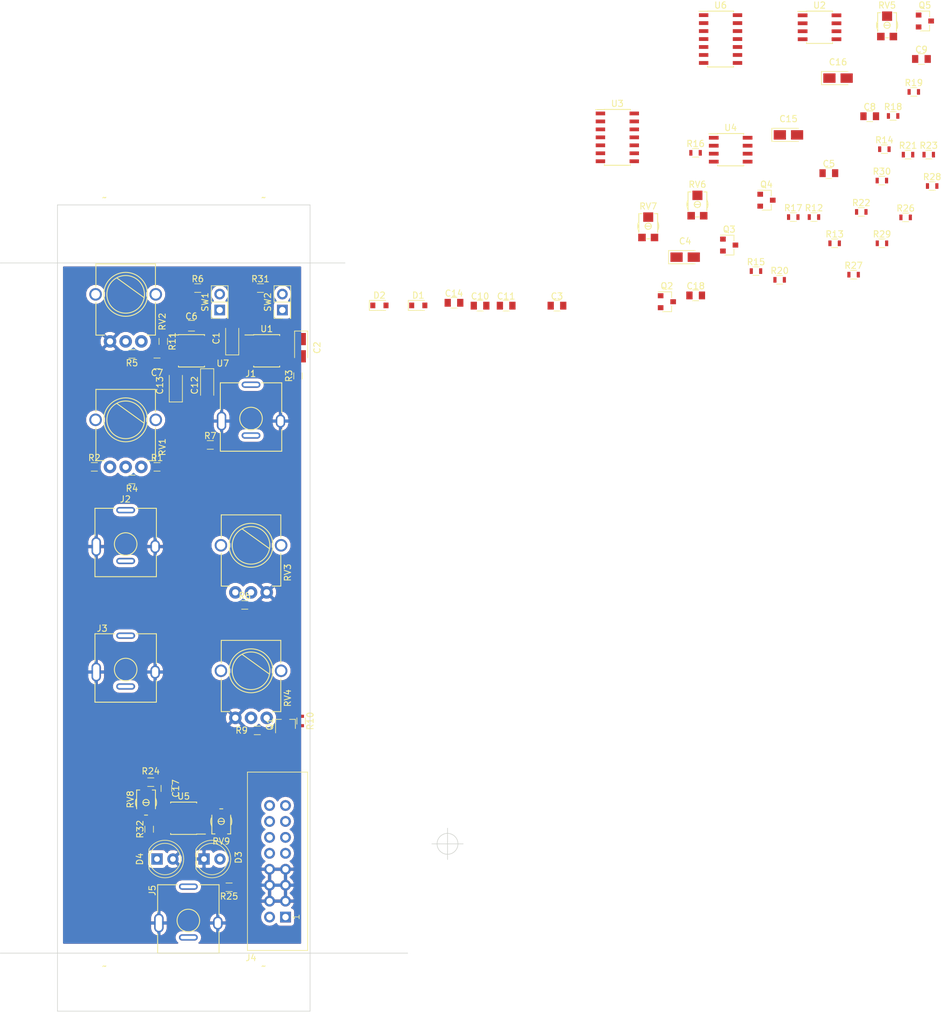
<source format=kicad_pcb>
(kicad_pcb (version 4) (host pcbnew 4.0.6)
  (layers (0 F.Cu signal) (31 B.Cu signal) (34 B.Paste user) (35 F.Paste user) (36 B.SilkS user) (37 F.SilkS user) (38 B.Mask user) (39 F.Mask user) (44 Edge.Cuts user))
  (net 0 "")
  (net 1 "Net-(C1-Pad1)")
  (net 2 GND)
  (net 3 "Net-(C2-Pad1)")
  (net 4 "Net-(C3-Pad1)")
  (net 5 "Net-(C3-Pad2)")
  (net 6 "Net-(C4-Pad1)")
  (net 7 "Net-(C10-Pad1)")
  (net 8 +15V)
  (net 9 -15V)
  (net 10 "Net-(C14-Pad1)")
  (net 11 +5V)
  (net 12 "Net-(C17-Pad1)")
  (net 13 "Net-(C17-Pad2)")
  (net 14 "Net-(C18-Pad1)")
  (net 15 "Net-(C18-Pad2)")
  (net 16 "Net-(D1-Pad2)")
  (net 17 "Net-(J1-Pad1)")
  (net 18 "Net-(J2-Pad1)")
  (net 19 "Net-(J3-Pad1)")
  (net 20 "Net-(J5-Pad1)")
  (net 21 "Net-(Q1-Pad1)")
  (net 22 SYNC_IN)
  (net 23 "Net-(Q2-Pad3)")
  (net 24 "Net-(Q3-Pad1)")
  (net 25 "Net-(Q3-Pad3)")
  (net 26 "Net-(Q4-Pad1)")
  (net 27 "Net-(Q5-Pad1)")
  (net 28 "Net-(Q5-Pad2)")
  (net 29 "Net-(R1-Pad1)")
  (net 30 -10V_REF)
  (net 31 +10V_REF)
  (net 32 "Net-(R2-Pad2)")
  (net 33 "Net-(R11-Pad2)")
  (net 34 "Net-(R12-Pad2)")
  (net 35 "Net-(R4-Pad2)")
  (net 36 "Net-(R5-Pad2)")
  (net 37 "Net-(R6-Pad2)")
  (net 38 "Net-(R8-Pad2)")
  (net 39 "Net-(R9-Pad2)")
  (net 40 "Net-(R12-Pad1)")
  (net 41 "Net-(R13-Pad2)")
  (net 42 "Net-(R14-Pad2)")
  (net 43 "Net-(R19-Pad2)")
  (net 44 "Net-(R20-Pad2)")
  (net 45 "Net-(R21-Pad1)")
  (net 46 "Net-(R22-Pad1)")
  (net 47 "Net-(R23-Pad2)")
  (net 48 "Net-(R24-Pad2)")
  (net 49 "Net-(R27-Pad1)")
  (net 50 "Net-(R28-Pad2)")
  (net 51 "Net-(R30-Pad1)")
  (net 52 "Net-(R31-Pad2)")
  (net 53 "Net-(D3-Pad2)")
  (net 54 "Net-(R32-Pad2)")
  (net 55 "Net-(RV5-Pad2)")
  (net 56 "Net-(RV6-Pad3)")
  (net 57 CV_BUS)
  (net 58 GATE_BUS)
  (module Capacitors_SMD:C_0805 (layer F.Cu) (at 135.570952 62.815)
    (fp_text reference C3 (at 0 -1.5) (layer F.SilkS))
    (fp_text value 100p)
    (pad 1 smd rect (at -1 0) (size 1 1.25) (layers F.Cu F.Paste F.Mask) (net 4 "Net-(C3-Pad1)"))
    (pad 2 smd rect (at 1 0) (size 1 1.25) (layers F.Cu F.Paste F.Mask) (net 5 "Net-(C3-Pad2)"))
  )
  (module Capacitors_SMD:C_0805 (layer F.Cu) (at 178.950952 41.695)
    (fp_text reference C5 (at 0 -1.5) (layer F.SilkS))
    (fp_text value 100n)
    (pad 1 smd rect (at -1 0) (size 1 1.25) (layers F.Cu F.Paste F.Mask) (net 2 GND))
    (pad 2 smd rect (at 1 0) (size 1 1.25) (layers F.Cu F.Paste F.Mask) (net 6 "Net-(C4-Pad1)"))
  )
  (module Capacitors_SMD:C_0805 (layer F.Cu) (at 77.26 66.01)
    (fp_text reference C6 (at 0 -1.5) (layer F.SilkS))
    (fp_text value 100n)
    (pad 1 smd rect (at -1 0) (size 1 1.25) (layers F.Cu F.Paste F.Mask) (net 7 "Net-(C10-Pad1)"))
    (pad 2 smd rect (at 1 0) (size 1 1.25) (layers F.Cu F.Paste F.Mask) (net 8 +15V))
  )
  (module Capacitors_SMD:C_0805 (layer F.Cu) (at 71.76 72.01 180)
    (fp_text reference C7 (at 0 -1.5 180) (layer F.SilkS))
    (fp_text value 100n)
    (pad 1 smd rect (at -1 0 180) (size 1 1.25) (layers F.Cu F.Paste F.Mask) (net 9 -15V))
    (pad 2 smd rect (at 1 0 180) (size 1 1.25) (layers F.Cu F.Paste F.Mask) (net 7 "Net-(C10-Pad1)"))
  )
  (module Capacitors_SMD:C_0805 (layer F.Cu) (at 185.470952 32.625)
    (fp_text reference C8 (at 0 -1.5) (layer F.SilkS))
    (fp_text value 100n)
    (pad 1 smd rect (at -1 0) (size 1 1.25) (layers F.Cu F.Paste F.Mask) (net 7 "Net-(C10-Pad1)"))
    (pad 2 smd rect (at 1 0) (size 1 1.25) (layers F.Cu F.Paste F.Mask) (net 8 +15V))
  )
  (module Capacitors_SMD:C_0805 (layer F.Cu) (at 193.720952 23.495)
    (fp_text reference C9 (at 0 -1.5) (layer F.SilkS))
    (fp_text value 100n)
    (pad 1 smd rect (at -1 0) (size 1 1.25) (layers F.Cu F.Paste F.Mask) (net 9 -15V))
    (pad 2 smd rect (at 1 0) (size 1 1.25) (layers F.Cu F.Paste F.Mask) (net 7 "Net-(C10-Pad1)"))
  )
  (module Capacitors_SMD:C_0805 (layer F.Cu) (at 123.300952 62.815)
    (fp_text reference C10 (at 0 -1.5) (layer F.SilkS))
    (fp_text value 100n)
    (pad 1 smd rect (at -1 0) (size 1 1.25) (layers F.Cu F.Paste F.Mask) (net 7 "Net-(C10-Pad1)"))
    (pad 2 smd rect (at 1 0) (size 1 1.25) (layers F.Cu F.Paste F.Mask) (net 8 +15V))
  )
  (module Capacitors_SMD:C_0805 (layer F.Cu) (at 127.460952 62.815)
    (fp_text reference C11 (at 0 -1.5) (layer F.SilkS))
    (fp_text value 100n)
    (pad 1 smd rect (at -1 0) (size 1 1.25) (layers F.Cu F.Paste F.Mask) (net 9 -15V))
    (pad 2 smd rect (at 1 0) (size 1 1.25) (layers F.Cu F.Paste F.Mask) (net 7 "Net-(C10-Pad1)"))
  )
  (module Capacitors_SMD:C_0805 (layer F.Cu) (at 119.140952 62.355)
    (fp_text reference C14 (at 0 -1.5) (layer F.SilkS))
    (fp_text value 470p)
    (pad 1 smd rect (at -1 0) (size 1 1.25) (layers F.Cu F.Paste F.Mask) (net 10 "Net-(C14-Pad1)"))
    (pad 2 smd rect (at 1 0) (size 1 1.25) (layers F.Cu F.Paste F.Mask) (net 11 +5V))
  )
  (module Capacitors_SMD:C_0805 (layer F.Cu) (at 73.26 139.76 270)
    (fp_text reference C17 (at 0 -1.5 270) (layer F.SilkS))
    (fp_text value 12p)
    (pad 1 smd rect (at -1 0 270) (size 1 1.25) (layers F.Cu F.Paste F.Mask) (net 12 "Net-(C17-Pad1)"))
    (pad 2 smd rect (at 1 0 270) (size 1 1.25) (layers F.Cu F.Paste F.Mask) (net 13 "Net-(C17-Pad2)"))
  )
  (module Capacitors_SMD:C_0805 (layer F.Cu) (at 157.705001 61.185)
    (fp_text reference C18 (at 0 -1.5) (layer F.SilkS))
    (fp_text value 10n)
    (pad 1 smd rect (at -1 0) (size 1 1.25) (layers F.Cu F.Paste F.Mask) (net 14 "Net-(C18-Pad1)"))
    (pad 2 smd rect (at 1 0) (size 1 1.25) (layers F.Cu F.Paste F.Mask) (net 15 "Net-(C18-Pad2)"))
  )
  (module Diodes_SMD:D_0805 (layer F.Cu) (at 113.444762 62.775)
    (fp_text reference D1 (at 0 -1.6) (layer F.SilkS))
    (fp_text value 1N4148)
    (pad 1 smd rect (at -1.05 0) (size 0.8 0.9) (layers F.Cu F.Paste F.Mask) (net 11 +5V))
    (pad 2 smd rect (at 1.05 0) (size 0.8 0.9) (layers F.Cu F.Paste F.Mask) (net 16 "Net-(D1-Pad2)"))
  )
  (module Diodes_SMD:D_0805 (layer F.Cu) (at 107.244762 62.775)
    (fp_text reference D2 (at 0 -1.6) (layer F.SilkS))
    (fp_text value 1N4148)
    (pad 1 smd rect (at -1.05 0) (size 0.8 0.9) (layers F.Cu F.Paste F.Mask) (net 16 "Net-(D1-Pad2)"))
    (pad 2 smd rect (at 1.05 0) (size 0.8 0.9) (layers F.Cu F.Paste F.Mask) (net 2 GND))
  )
  (module TO_SOT_Packages_SMD:SOT-23 (layer F.Cu) (at 92.26 129.51 90)
    (fp_text reference Q1 (at 0 -2.5 90) (layer F.SilkS))
    (fp_text value BC850)
    (pad 1 smd rect (at -1 -0.95 90) (size 0.9 0.8) (layers F.Cu F.Paste F.Mask) (net 21 "Net-(Q1-Pad1)"))
    (pad 2 smd rect (at -1 0.95 90) (size 0.9 0.8) (layers F.Cu F.Paste F.Mask) (net 2 GND))
    (pad 3 smd rect (at 1 0 90) (size 0.9 0.8) (layers F.Cu F.Paste F.Mask) (net 22 SYNC_IN))
  )
  (module TO_SOT_Packages_SMD:SOT-23 (layer F.Cu) (at 153.108571 62.185)
    (fp_text reference Q2 (at 0 -2.5) (layer F.SilkS))
    (fp_text value BC850)
    (pad 1 smd rect (at -1 -0.95) (size 0.9 0.8) (layers F.Cu F.Paste F.Mask) (net 16 "Net-(D1-Pad2)"))
    (pad 2 smd rect (at -1 0.95) (size 0.9 0.8) (layers F.Cu F.Paste F.Mask) (net 2 GND))
    (pad 3 smd rect (at 1 0) (size 0.9 0.8) (layers F.Cu F.Paste F.Mask) (net 23 "Net-(Q2-Pad3)"))
  )
  (module TO_SOT_Packages_SMD:SOT-23 (layer F.Cu) (at 163.048571 53.155)
    (fp_text reference Q3 (at 0 -2.5) (layer F.SilkS))
    (fp_text value BC850)
    (pad 1 smd rect (at -1 -0.95) (size 0.9 0.8) (layers F.Cu F.Paste F.Mask) (net 24 "Net-(Q3-Pad1)"))
    (pad 2 smd rect (at -1 0.95) (size 0.9 0.8) (layers F.Cu F.Paste F.Mask) (net 2 GND))
    (pad 3 smd rect (at 1 0) (size 0.9 0.8) (layers F.Cu F.Paste F.Mask) (net 25 "Net-(Q3-Pad3)"))
  )
  (module TO_SOT_Packages_SMD:SOT-23 (layer F.Cu) (at 168.998571 46.005)
    (fp_text reference Q4 (at 0 -2.5) (layer F.SilkS))
    (fp_text value BC850)
    (pad 1 smd rect (at -1 -0.95) (size 0.9 0.8) (layers F.Cu F.Paste F.Mask) (net 26 "Net-(Q4-Pad1)"))
    (pad 2 smd rect (at -1 0.95) (size 0.9 0.8) (layers F.Cu F.Paste F.Mask) (net 10 "Net-(C14-Pad1)"))
    (pad 3 smd rect (at 1 0) (size 0.9 0.8) (layers F.Cu F.Paste F.Mask) (net 11 +5V))
  )
  (module TO_SOT_Packages_SMD:SOT-23 (layer F.Cu) (at 194.268571 17.445)
    (fp_text reference Q5 (at 0 -2.5) (layer F.SilkS))
    (fp_text value BC850)
    (pad 1 smd rect (at -1 -0.95) (size 0.9 0.8) (layers F.Cu F.Paste F.Mask) (net 27 "Net-(Q5-Pad1)"))
    (pad 2 smd rect (at -1 0.95) (size 0.9 0.8) (layers F.Cu F.Paste F.Mask) (net 28 "Net-(Q5-Pad2)"))
    (pad 3 smd rect (at 1 0) (size 0.9 0.8) (layers F.Cu F.Paste F.Mask) (net 8 +15V))
  )
  (module Resistors_SMD:R_0603 (layer F.Cu) (at 71.76 88.51)
    (fp_text reference R1 (at 0 -1.45) (layer F.SilkS))
    (fp_text value 100K)
    (pad 1 smd rect (at -0.75 0) (size 0.5 0.9) (layers F.Cu F.Paste F.Mask) (net 29 "Net-(R1-Pad1)"))
    (pad 2 smd rect (at 0.75 0) (size 0.5 0.9) (layers F.Cu F.Paste F.Mask) (net 30 -10V_REF))
  )
  (module Resistors_SMD:R_0603 (layer F.Cu) (at 61.76 88.51)
    (fp_text reference R2 (at 0 -1.45) (layer F.SilkS))
    (fp_text value 100K)
    (pad 1 smd rect (at -0.75 0) (size 0.5 0.9) (layers F.Cu F.Paste F.Mask) (net 31 +10V_REF))
    (pad 2 smd rect (at 0.75 0) (size 0.5 0.9) (layers F.Cu F.Paste F.Mask) (net 32 "Net-(R2-Pad2)"))
  )
  (module Resistors_SMD:R_0603 (layer F.Cu) (at 94.26 74.01 90)
    (fp_text reference R3 (at 0 -1.45 90) (layer F.SilkS))
    (fp_text value 10K)
    (pad 1 smd rect (at -0.75 0 90) (size 0.5 0.9) (layers F.Cu F.Paste F.Mask) (net 33 "Net-(R11-Pad2)"))
    (pad 2 smd rect (at 0.75 0 90) (size 0.5 0.9) (layers F.Cu F.Paste F.Mask) (net 31 +10V_REF))
  )
  (module Resistors_SMD:R_0603 (layer F.Cu) (at 67.76 90.51 180)
    (fp_text reference R4 (at 0 -1.45 180) (layer F.SilkS))
    (fp_text value 430K)
    (pad 1 smd rect (at -0.75 0 180) (size 0.5 0.9) (layers F.Cu F.Paste F.Mask) (net 34 "Net-(R12-Pad2)"))
    (pad 2 smd rect (at 0.75 0 180) (size 0.5 0.9) (layers F.Cu F.Paste F.Mask) (net 35 "Net-(R4-Pad2)"))
  )
  (module Resistors_SMD:R_0603 (layer F.Cu) (at 67.76 70.51 180)
    (fp_text reference R5 (at 0 -1.45 180) (layer F.SilkS))
    (fp_text value 100K)
    (pad 1 smd rect (at -0.75 0 180) (size 0.5 0.9) (layers F.Cu F.Paste F.Mask) (net 34 "Net-(R12-Pad2)"))
    (pad 2 smd rect (at 0.75 0 180) (size 0.5 0.9) (layers F.Cu F.Paste F.Mask) (net 36 "Net-(R5-Pad2)"))
  )
  (module Resistors_SMD:R_0603 (layer F.Cu) (at 78.26 60.01)
    (fp_text reference R6 (at 0 -1.45) (layer F.SilkS))
    (fp_text value 100K)
    (pad 1 smd rect (at -0.75 0) (size 0.5 0.9) (layers F.Cu F.Paste F.Mask) (net 34 "Net-(R12-Pad2)"))
    (pad 2 smd rect (at 0.75 0) (size 0.5 0.9) (layers F.Cu F.Paste F.Mask) (net 37 "Net-(R6-Pad2)"))
  )
  (module Resistors_SMD:R_0603 (layer F.Cu) (at 80.26 85.01)
    (fp_text reference R7 (at 0 -1.45) (layer F.SilkS))
    (fp_text value 100K)
    (pad 1 smd rect (at -0.75 0) (size 0.5 0.9) (layers F.Cu F.Paste F.Mask) (net 34 "Net-(R12-Pad2)"))
    (pad 2 smd rect (at 0.75 0) (size 0.5 0.9) (layers F.Cu F.Paste F.Mask) (net 17 "Net-(J1-Pad1)"))
  )
  (module Resistors_SMD:R_0603 (layer F.Cu) (at 85.76 110.51)
    (fp_text reference R8 (at 0 -1.45) (layer F.SilkS))
    (fp_text value 100K)
    (pad 1 smd rect (at -0.75 0) (size 0.5 0.9) (layers F.Cu F.Paste F.Mask) (net 34 "Net-(R12-Pad2)"))
    (pad 2 smd rect (at 0.75 0) (size 0.5 0.9) (layers F.Cu F.Paste F.Mask) (net 38 "Net-(R8-Pad2)"))
  )
  (module Resistors_SMD:R_0603 (layer F.Cu) (at 87.76 130.51 180)
    (fp_text reference R9 (at 2.5 0 180) (layer F.SilkS))
    (fp_text value 1K)
    (pad 1 smd rect (at -0.75 0 180) (size 0.5 0.9) (layers F.Cu F.Paste F.Mask) (net 21 "Net-(Q1-Pad1)"))
    (pad 2 smd rect (at 0.75 0 180) (size 0.5 0.9) (layers F.Cu F.Paste F.Mask) (net 39 "Net-(R9-Pad2)"))
  )
  (module Resistors_SMD:R_0603 (layer F.Cu) (at 94.76 129.01 270)
    (fp_text reference R10 (at 0 -1.45 270) (layer F.SilkS))
    (fp_text value 1K)
    (pad 1 smd rect (at -0.75 0 270) (size 0.5 0.9) (layers F.Cu F.Paste F.Mask) (net 22 SYNC_IN))
    (pad 2 smd rect (at 0.75 0 270) (size 0.5 0.9) (layers F.Cu F.Paste F.Mask) (net 11 +5V))
  )
  (module Resistors_SMD:R_0603 (layer F.Cu) (at 72.76 68.51 270)
    (fp_text reference R11 (at 0 -1.45 270) (layer F.SilkS))
    (fp_text value 10K)
    (pad 1 smd rect (at -0.75 0 270) (size 0.5 0.9) (layers F.Cu F.Paste F.Mask) (net 30 -10V_REF))
    (pad 2 smd rect (at 0.75 0 270) (size 0.5 0.9) (layers F.Cu F.Paste F.Mask) (net 33 "Net-(R11-Pad2)"))
  )
  (module Resistors_SMD:R_0603 (layer F.Cu) (at 176.572381 48.695)
    (fp_text reference R12 (at 0 -1.45) (layer F.SilkS))
    (fp_text value 2K4)
    (pad 1 smd rect (at -0.75 0) (size 0.5 0.9) (layers F.Cu F.Paste F.Mask) (net 40 "Net-(R12-Pad1)"))
    (pad 2 smd rect (at 0.75 0) (size 0.5 0.9) (layers F.Cu F.Paste F.Mask) (net 34 "Net-(R12-Pad2)"))
  )
  (module Resistors_SMD:R_0603 (layer F.Cu) (at 179.872381 52.875)
    (fp_text reference R13 (at 0 -1.45) (layer F.SilkS))
    (fp_text value 1K)
    (pad 1 smd rect (at -0.75 0) (size 0.5 0.9) (layers F.Cu F.Paste F.Mask) (net 16 "Net-(D1-Pad2)"))
    (pad 2 smd rect (at 0.75 0) (size 0.5 0.9) (layers F.Cu F.Paste F.Mask) (net 41 "Net-(R13-Pad2)"))
  )
  (module Resistors_SMD:R_0603 (layer F.Cu) (at 187.808571 37.875)
    (fp_text reference R14 (at 0 -1.45) (layer F.SilkS))
    (fp_text value 750R)
    (pad 1 smd rect (at -0.75 0) (size 0.5 0.9) (layers F.Cu F.Paste F.Mask) (net 2 GND))
    (pad 2 smd rect (at 0.75 0) (size 0.5 0.9) (layers F.Cu F.Paste F.Mask) (net 42 "Net-(R14-Pad2)"))
  )
  (module Resistors_SMD:R_0603 (layer F.Cu) (at 167.322381 57.305)
    (fp_text reference R15 (at 0 -1.45) (layer F.SilkS))
    (fp_text value 1M)
    (pad 1 smd rect (at -0.75 0) (size 0.5 0.9) (layers F.Cu F.Paste F.Mask) (net 5 "Net-(C3-Pad2)"))
    (pad 2 smd rect (at 0.75 0) (size 0.5 0.9) (layers F.Cu F.Paste F.Mask) (net 31 +10V_REF))
  )
  (module Resistors_SMD:R_0603 (layer F.Cu) (at 157.682381 38.455)
    (fp_text reference R16 (at 0 -1.45) (layer F.SilkS))
    (fp_text value 10K)
    (pad 1 smd rect (at -0.75 0) (size 0.5 0.9) (layers F.Cu F.Paste F.Mask) (net 11 +5V))
    (pad 2 smd rect (at 0.75 0) (size 0.5 0.9) (layers F.Cu F.Paste F.Mask) (net 23 "Net-(Q2-Pad3)"))
  )
  (module Resistors_SMD:R_0603 (layer F.Cu) (at 173.272381 48.695)
    (fp_text reference R17 (at 0 -1.45) (layer F.SilkS))
    (fp_text value 1K)
    (pad 1 smd rect (at -0.75 0) (size 0.5 0.9) (layers F.Cu F.Paste F.Mask) (net 24 "Net-(Q3-Pad1)"))
    (pad 2 smd rect (at 0.75 0) (size 0.5 0.9) (layers F.Cu F.Paste F.Mask) (net 23 "Net-(Q2-Pad3)"))
  )
  (module Resistors_SMD:R_0603 (layer F.Cu) (at 189.202381 32.575)
    (fp_text reference R18 (at 0 -1.45) (layer F.SilkS))
    (fp_text value 10K)
    (pad 1 smd rect (at -0.75 0) (size 0.5 0.9) (layers F.Cu F.Paste F.Mask) (net 11 +5V))
    (pad 2 smd rect (at 0.75 0) (size 0.5 0.9) (layers F.Cu F.Paste F.Mask) (net 25 "Net-(Q3-Pad3)"))
  )
  (module Resistors_SMD:R_0603 (layer F.Cu) (at 192.502381 28.745)
    (fp_text reference R19 (at 0 -1.45) (layer F.SilkS))
    (fp_text value 56K)
    (pad 1 smd rect (at -0.75 0) (size 0.5 0.9) (layers F.Cu F.Paste F.Mask) (net 4 "Net-(C3-Pad1)"))
    (pad 2 smd rect (at 0.75 0) (size 0.5 0.9) (layers F.Cu F.Paste F.Mask) (net 43 "Net-(R19-Pad2)"))
  )
  (module Resistors_SMD:R_0603 (layer F.Cu) (at 171.098571 58.695)
    (fp_text reference R20 (at 0 -1.45) (layer F.SilkS))
    (fp_text value 220R)
    (pad 1 smd rect (at -0.75 0) (size 0.5 0.9) (layers F.Cu F.Paste F.Mask) (net 26 "Net-(Q4-Pad1)"))
    (pad 2 smd rect (at 0.75 0) (size 0.5 0.9) (layers F.Cu F.Paste F.Mask) (net 44 "Net-(R20-Pad2)"))
  )
  (module Resistors_SMD:R_0603 (layer F.Cu) (at 191.582381 38.745)
    (fp_text reference R21 (at 0 -1.45) (layer F.SilkS))
    (fp_text value 10K)
    (pad 1 smd rect (at -0.75 0) (size 0.5 0.9) (layers F.Cu F.Paste F.Mask) (net 45 "Net-(R21-Pad1)"))
    (pad 2 smd rect (at 0.75 0) (size 0.5 0.9) (layers F.Cu F.Paste F.Mask) (net 31 +10V_REF))
  )
  (module Resistors_SMD:R_0603 (layer F.Cu) (at 184.122381 47.875)
    (fp_text reference R22 (at 0 -1.45) (layer F.SilkS))
    (fp_text value 20K)
    (pad 1 smd rect (at -0.75 0) (size 0.5 0.9) (layers F.Cu F.Paste F.Mask) (net 46 "Net-(R22-Pad1)"))
    (pad 2 smd rect (at 0.75 0) (size 0.5 0.9) (layers F.Cu F.Paste F.Mask) (net 31 +10V_REF))
  )
  (module Resistors_SMD:R_0603 (layer F.Cu) (at 194.882381 38.745)
    (fp_text reference R23 (at 0 -1.45) (layer F.SilkS))
    (fp_text value 1K2)
    (pad 1 smd rect (at -0.75 0) (size 0.5 0.9) (layers F.Cu F.Paste F.Mask) (net 2 GND))
    (pad 2 smd rect (at 0.75 0) (size 0.5 0.9) (layers F.Cu F.Paste F.Mask) (net 47 "Net-(R23-Pad2)"))
  )
  (module Resistors_SMD:R_0603 (layer F.Cu) (at 70.76 138.76 180)
    (fp_text reference R24 (at 0 1.75 180) (layer F.SilkS))
    (fp_text value 100R)
    (pad 1 smd rect (at -0.75 0 180) (size 0.5 0.9) (layers F.Cu F.Paste F.Mask) (net 12 "Net-(C17-Pad1)"))
    (pad 2 smd rect (at 0.75 0 180) (size 0.5 0.9) (layers F.Cu F.Paste F.Mask) (net 48 "Net-(R24-Pad2)"))
  )
  (module Resistors_SMD:R_0603 (layer F.Cu) (at 83.26 155.51 180)
    (fp_text reference R25 (at 0 -1.45 180) (layer F.SilkS))
    (fp_text value 240R)
    (pad 1 smd rect (at -0.75 0 180) (size 0.5 0.9) (layers F.Cu F.Paste F.Mask) (net 13 "Net-(C17-Pad2)"))
    (pad 2 smd rect (at 0.75 0 180) (size 0.5 0.9) (layers F.Cu F.Paste F.Mask) (net 20 "Net-(J5-Pad1)"))
  )
  (module Resistors_SMD:R_0603 (layer F.Cu) (at 191.198571 48.745)
    (fp_text reference R26 (at 0 -1.45) (layer F.SilkS))
    (fp_text value 100R)
    (pad 1 smd rect (at -0.75 0) (size 0.5 0.9) (layers F.Cu F.Paste F.Mask) (net 15 "Net-(C18-Pad2)"))
    (pad 2 smd rect (at 0.75 0) (size 0.5 0.9) (layers F.Cu F.Paste F.Mask) (net 27 "Net-(Q5-Pad1)"))
  )
  (module Resistors_SMD:R_0603 (layer F.Cu) (at 182.898571 57.875)
    (fp_text reference R27 (at 0 -1.45) (layer F.SilkS))
    (fp_text value 360R)
    (pad 1 smd rect (at -0.75 0) (size 0.5 0.9) (layers F.Cu F.Paste F.Mask) (net 49 "Net-(R27-Pad1)"))
    (pad 2 smd rect (at 0.75 0) (size 0.5 0.9) (layers F.Cu F.Paste F.Mask) (net 9 -15V))
  )
  (module Resistors_SMD:R_0603 (layer F.Cu) (at 195.432381 43.745)
    (fp_text reference R28 (at 0 -1.45) (layer F.SilkS))
    (fp_text value 6K2)
    (pad 1 smd rect (at -0.75 0) (size 0.5 0.9) (layers F.Cu F.Paste F.Mask) (net 28 "Net-(Q5-Pad2)"))
    (pad 2 smd rect (at 0.75 0) (size 0.5 0.9) (layers F.Cu F.Paste F.Mask) (net 50 "Net-(R28-Pad2)"))
  )
  (module Resistors_SMD:R_0603 (layer F.Cu) (at 187.422381 52.875)
    (fp_text reference R29 (at 0 -1.45) (layer F.SilkS))
    (fp_text value 3K3)
    (pad 1 smd rect (at -0.75 0) (size 0.5 0.9) (layers F.Cu F.Paste F.Mask) (net 50 "Net-(R28-Pad2)"))
    (pad 2 smd rect (at 0.75 0) (size 0.5 0.9) (layers F.Cu F.Paste F.Mask) (net 9 -15V))
  )
  (module Resistors_SMD:R_0603 (layer F.Cu) (at 187.408571 42.875)
    (fp_text reference R30 (at 0 -1.45) (layer F.SilkS))
    (fp_text value 330R)
    (pad 1 smd rect (at -0.75 0) (size 0.5 0.9) (layers F.Cu F.Paste F.Mask) (net 51 "Net-(R30-Pad1)"))
    (pad 2 smd rect (at 0.75 0) (size 0.5 0.9) (layers F.Cu F.Paste F.Mask) (net 9 -15V))
  )
  (module Resistors_SMD:R_0603 (layer F.Cu) (at 88.26 60.01)
    (fp_text reference R31 (at 0 -1.45) (layer F.SilkS))
    (fp_text value 100K)
    (pad 1 smd rect (at -0.75 0) (size 0.5 0.9) (layers F.Cu F.Paste F.Mask) (net 34 "Net-(R12-Pad2)"))
    (pad 2 smd rect (at 0.75 0) (size 0.5 0.9) (layers F.Cu F.Paste F.Mask) (net 52 "Net-(R31-Pad2)"))
  )
  (module Resistors_SMD:R_0603 (layer F.Cu) (at 70.51 146.26 90)
    (fp_text reference R32 (at 0 -1.45 90) (layer F.SilkS))
    (fp_text value 1K)
    (pad 1 smd rect (at -0.75 0 90) (size 0.5 0.9) (layers F.Cu F.Paste F.Mask) (net 53 "Net-(D3-Pad2)"))
    (pad 2 smd rect (at 0.75 0 90) (size 0.5 0.9) (layers F.Cu F.Paste F.Mask) (net 54 "Net-(R32-Pad2)"))
  )
  (module footprint_trimmer:bourns_trimmer_tc33x-2 (layer F.Cu) (at 188.242052 18.12)
    (fp_text reference RV5 (at 0 -3.175) (layer F.SilkS))
    (fp_text value 200R)
    (pad 2 smd rect (at 0 -1.45) (size 1.6 1.5) (layers F.Cu F.Paste F.Mask) (net 55 "Net-(RV5-Pad2)"))
    (pad 3 smd rect (at 1 1.8) (size 1.2 1.2) (layers F.Cu F.Paste F.Mask) (net 42 "Net-(R14-Pad2)"))
    (pad 1 smd rect (at -1 1.8) (size 1.2 1.2) (layers F.Cu F.Paste F.Mask) (net 40 "Net-(R12-Pad1)"))
  )
  (module footprint_trimmer:bourns_trimmer_tc33x-2 (layer F.Cu) (at 157.982052 46.68)
    (fp_text reference RV6 (at 0 -3.175) (layer F.SilkS))
    (fp_text value 5K)
    (pad 2 smd rect (at 0 -1.45) (size 1.6 1.5) (layers F.Cu F.Paste F.Mask) (net 10 "Net-(C14-Pad1)"))
    (pad 3 smd rect (at 1 1.8) (size 1.2 1.2) (layers F.Cu F.Paste F.Mask) (net 56 "Net-(RV6-Pad3)"))
    (pad 1 smd rect (at -1 1.8) (size 1.2 1.2) (layers F.Cu F.Paste F.Mask) (net 10 "Net-(C14-Pad1)"))
  )
  (module footprint_trimmer:bourns_trimmer_tc33x-2 (layer F.Cu) (at 150.132052 50.15)
    (fp_text reference RV7 (at 0 -3.175) (layer F.SilkS))
    (fp_text value 10K)
    (pad 2 smd rect (at 0 -1.45) (size 1.6 1.5) (layers F.Cu F.Paste F.Mask) (net 14 "Net-(C18-Pad1)"))
    (pad 3 smd rect (at 1 1.8) (size 1.2 1.2) (layers F.Cu F.Paste F.Mask) (net 47 "Net-(R23-Pad2)"))
    (pad 1 smd rect (at -1 1.8) (size 1.2 1.2) (layers F.Cu F.Paste F.Mask) (net 46 "Net-(R22-Pad1)"))
  )
  (module footprint_trimmer:bourns_trimmer_tc33x-2 (layer F.Cu) (at 70.01 142.01)
    (fp_text reference RV8 (at -2.5 -0.5 90) (layer F.SilkS))
    (fp_text value 10K)
    (pad 2 smd rect (at 0 -1.45) (size 1.6 1.5) (layers F.Cu F.Paste F.Mask) (net 48 "Net-(R24-Pad2)"))
    (pad 3 smd rect (at 1 1.8) (size 1.2 1.2) (layers F.Cu F.Paste F.Mask) (net 8 +15V))
    (pad 1 smd rect (at -1 1.8) (size 1.2 1.2) (layers F.Cu F.Paste F.Mask) (net 2 GND))
  )
  (module footprint_trimmer:bourns_trimmer_tc33x-2 (layer F.Cu) (at 82.01 145.01 180)
    (fp_text reference RV9 (at 0 -3.175 180) (layer F.SilkS))
    (fp_text value 10K)
    (pad 2 smd rect (at 0 -1.45 180) (size 1.6 1.5) (layers F.Cu F.Paste F.Mask) (net 13 "Net-(C17-Pad2)"))
    (pad 3 smd rect (at 1 1.8 180) (size 1.2 1.2) (layers F.Cu F.Paste F.Mask) (net 12 "Net-(C17-Pad1)"))
    (pad 1 smd rect (at -1 1.8 180) (size 1.2 1.2) (layers F.Cu F.Paste F.Mask) (net 13 "Net-(C17-Pad2)"))
  )
  (module Pin_Headers:Pin_Header_Straight_2x01_Pitch2.54mm (layer F.Cu) (at 81.76 63.51 90)
    (fp_text reference SW1 (at 1.27 -2.33 90) (layer F.SilkS))
    (fp_text value SWITCH_SPST)
    (pad 1 thru_hole rect (at 0 0 90) (size 1.7 1.7) (drill 1) (layers *.Cu *.Mask) (net 30 -10V_REF))
    (pad 2 thru_hole oval (at 2.54 0 90) (size 1.7 1.7) (drill 1) (layers *.Cu *.Mask) (net 37 "Net-(R6-Pad2)"))
  )
  (module Pin_Headers:Pin_Header_Straight_2x01_Pitch2.54mm (layer F.Cu) (at 91.76 63.51 90)
    (fp_text reference SW2 (at 1.27 -2.33 90) (layer F.SilkS))
    (fp_text value SWITCH_SPST)
    (pad 1 thru_hole rect (at 0 0 90) (size 1.7 1.7) (drill 1) (layers *.Cu *.Mask) (net 57 CV_BUS))
    (pad 2 thru_hole oval (at 2.54 0 90) (size 1.7 1.7) (drill 1) (layers *.Cu *.Mask) (net 52 "Net-(R31-Pad2)"))
  )
  (module Housings_SOIC:SOIC-8_3.9x4.9mm_Pitch1.27mm (layer F.Cu) (at 89.26 70.01)
    (fp_text reference U1 (at 0 -3.5) (layer F.SilkS))
    (fp_text value REF102)
    (pad 1 smd rect (at -2.7 -1.905) (size 1.55 0.6) (layers F.Cu F.Paste F.Mask))
    (pad 2 smd rect (at -2.7 -0.635) (size 1.55 0.6) (layers F.Cu F.Paste F.Mask) (net 1 "Net-(C1-Pad1)"))
    (pad 3 smd rect (at -2.7 0.635) (size 1.55 0.6) (layers F.Cu F.Paste F.Mask))
    (pad 4 smd rect (at -2.7 1.905) (size 1.55 0.6) (layers F.Cu F.Paste F.Mask) (net 2 GND))
    (pad 5 smd rect (at 2.7 1.905) (size 1.55 0.6) (layers F.Cu F.Paste F.Mask))
    (pad 6 smd rect (at 2.7 0.635) (size 1.55 0.6) (layers F.Cu F.Paste F.Mask) (net 31 +10V_REF))
    (pad 7 smd rect (at 2.7 -0.635) (size 1.55 0.6) (layers F.Cu F.Paste F.Mask))
    (pad 8 smd rect (at 2.7 -1.905) (size 1.55 0.6) (layers F.Cu F.Paste F.Mask) (net 3 "Net-(C2-Pad1)"))
  )
  (module Housings_SOIC:SOIC-14_3.9x8.7mm_Pitch1.27mm (layer F.Cu) (at 145.205001 35.99)
    (fp_text reference U3 (at 0 -5.375) (layer F.SilkS))
    (fp_text value CD4093)
    (pad 1 smd rect (at -2.7 -3.81) (size 1.5 0.6) (layers F.Cu F.Paste F.Mask) (net 25 "Net-(Q3-Pad3)"))
    (pad 2 smd rect (at -2.7 -2.54) (size 1.5 0.6) (layers F.Cu F.Paste F.Mask) (net 22 SYNC_IN))
    (pad 3 smd rect (at -2.7 -1.27) (size 1.5 0.6) (layers F.Cu F.Paste F.Mask) (net 44 "Net-(R20-Pad2)"))
    (pad 4 smd rect (at -2.7 0) (size 1.5 0.6) (layers F.Cu F.Paste F.Mask))
    (pad 5 smd rect (at -2.7 1.27) (size 1.5 0.6) (layers F.Cu F.Paste F.Mask))
    (pad 6 smd rect (at -2.7 2.54) (size 1.5 0.6) (layers F.Cu F.Paste F.Mask))
    (pad 7 smd rect (at -2.7 3.81) (size 1.5 0.6) (layers F.Cu F.Paste F.Mask) (net 2 GND))
    (pad 8 smd rect (at 2.7 3.81) (size 1.5 0.6) (layers F.Cu F.Paste F.Mask))
    (pad 9 smd rect (at 2.7 2.54) (size 1.5 0.6) (layers F.Cu F.Paste F.Mask))
    (pad 10 smd rect (at 2.7 1.27) (size 1.5 0.6) (layers F.Cu F.Paste F.Mask))
    (pad 11 smd rect (at 2.7 0) (size 1.5 0.6) (layers F.Cu F.Paste F.Mask))
    (pad 12 smd rect (at 2.7 -1.27) (size 1.5 0.6) (layers F.Cu F.Paste F.Mask))
    (pad 13 smd rect (at 2.7 -2.54) (size 1.5 0.6) (layers F.Cu F.Paste F.Mask))
    (pad 14 smd rect (at 2.7 -3.81) (size 1.5 0.6) (layers F.Cu F.Paste F.Mask) (net 11 +5V))
  )
  (module Housings_SOIC:SOIC-14_3.9x8.7mm_Pitch1.27mm (layer F.Cu) (at 161.675001 20.32)
    (fp_text reference U6 (at 0 -5.375) (layer F.SilkS))
    (fp_text value LM3046)
    (pad 1 smd rect (at -2.7 -3.81) (size 1.5 0.6) (layers F.Cu F.Paste F.Mask) (net 5 "Net-(C3-Pad2)"))
    (pad 2 smd rect (at -2.7 -2.54) (size 1.5 0.6) (layers F.Cu F.Paste F.Mask) (net 55 "Net-(RV5-Pad2)"))
    (pad 3 smd rect (at -2.7 -1.27) (size 1.5 0.6) (layers F.Cu F.Paste F.Mask) (net 43 "Net-(R19-Pad2)"))
    (pad 4 smd rect (at -2.7 0) (size 1.5 0.6) (layers F.Cu F.Paste F.Mask) (net 2 GND))
    (pad 5 smd rect (at -2.7 1.27) (size 1.5 0.6) (layers F.Cu F.Paste F.Mask) (net 56 "Net-(RV6-Pad3)"))
    (pad 6 smd rect (at -2.7 2.54) (size 1.5 0.6) (layers F.Cu F.Paste F.Mask) (net 45 "Net-(R21-Pad1)"))
    (pad 7 smd rect (at -2.7 3.81) (size 1.5 0.6) (layers F.Cu F.Paste F.Mask) (net 2 GND))
    (pad 8 smd rect (at 2.7 3.81) (size 1.5 0.6) (layers F.Cu F.Paste F.Mask) (net 45 "Net-(R21-Pad1)"))
    (pad 9 smd rect (at 2.7 2.54) (size 1.5 0.6) (layers F.Cu F.Paste F.Mask) (net 50 "Net-(R28-Pad2)"))
    (pad 10 smd rect (at 2.7 1.27) (size 1.5 0.6) (layers F.Cu F.Paste F.Mask) (net 49 "Net-(R27-Pad1)"))
    (pad 11 smd rect (at 2.7 0) (size 1.5 0.6) (layers F.Cu F.Paste F.Mask) (net 28 "Net-(Q5-Pad2)"))
    (pad 12 smd rect (at 2.7 -1.27) (size 1.5 0.6) (layers F.Cu F.Paste F.Mask) (net 50 "Net-(R28-Pad2)"))
    (pad 13 smd rect (at 2.7 -2.54) (size 1.5 0.6) (layers F.Cu F.Paste F.Mask) (net 51 "Net-(R30-Pad1)"))
    (pad 14 smd rect (at 2.7 -3.81) (size 1.5 0.6) (layers F.Cu F.Paste F.Mask) (net 28 "Net-(Q5-Pad2)"))
  )
  (module LEDs:LED_D5.0mm (layer F.Cu) (at 79.26 151.01)
    (fp_text reference D3 (at 5.5 -0.25 90) (layer F.SilkS))
    (fp_text value LED)
    (pad 1 thru_hole rect (at 0 0) (size 1.8 1.8) (drill 0.9) (layers *.Cu *.Mask) (net 2 GND))
    (pad 2 thru_hole circle (at 2.54 0) (size 1.8 1.8) (drill 0.9) (layers *.Cu *.Mask) (net 53 "Net-(D3-Pad2)"))
  )
  (module LEDs:LED_D5.0mm (layer F.Cu) (at 71.76 151.01)
    (fp_text reference D4 (at -2.75 0 90) (layer F.SilkS))
    (fp_text value LED)
    (pad 1 thru_hole rect (at 0 0) (size 1.8 1.8) (drill 0.9) (layers *.Cu *.Mask) (net 53 "Net-(D3-Pad2)"))
    (pad 2 thru_hole circle (at 2.54 0) (size 1.8 1.8) (drill 0.9) (layers *.Cu *.Mask) (net 2 GND))
  )
  (module Connectors:IDC_Header_Straight_16pins (layer F.Cu) (at 92.26 160.26 90)
    (fp_text reference J4 (at -6.5 -5.5 180) (layer F.SilkS))
    (fp_text value CONN_02X08)
    (fp_text user 1 (at 0.02 1.72 90) (layer F.SilkS) (effects (font (thickness 0.12))))
    (pad 1 thru_hole rect (at 0 0 90) (size 1.7272 1.7272) (drill 1.016) (layers *.Cu *.Mask) (net 9 -15V))
    (pad 2 thru_hole oval (at 0 -2.54 90) (size 1.7272 1.7272) (drill 1.016) (layers *.Cu *.Mask) (net 9 -15V))
    (pad 3 thru_hole oval (at 2.54 0 90) (size 1.7272 1.7272) (drill 1.016) (layers *.Cu *.Mask) (net 2 GND))
    (pad 4 thru_hole oval (at 2.54 -2.54 90) (size 1.7272 1.7272) (drill 1.016) (layers *.Cu *.Mask) (net 2 GND))
    (pad 5 thru_hole oval (at 5.08 0 90) (size 1.7272 1.7272) (drill 1.016) (layers *.Cu *.Mask) (net 2 GND))
    (pad 6 thru_hole oval (at 5.08 -2.54 90) (size 1.7272 1.7272) (drill 1.016) (layers *.Cu *.Mask) (net 2 GND))
    (pad 7 thru_hole oval (at 7.62 0 90) (size 1.7272 1.7272) (drill 1.016) (layers *.Cu *.Mask) (net 2 GND))
    (pad 8 thru_hole oval (at 7.62 -2.54 90) (size 1.7272 1.7272) (drill 1.016) (layers *.Cu *.Mask) (net 2 GND))
    (pad 9 thru_hole oval (at 10.16 0 90) (size 1.7272 1.7272) (drill 1.016) (layers *.Cu *.Mask) (net 8 +15V))
    (pad 10 thru_hole oval (at 10.16 -2.54 90) (size 1.7272 1.7272) (drill 1.016) (layers *.Cu *.Mask) (net 8 +15V))
    (pad 11 thru_hole oval (at 12.7 0 90) (size 1.7272 1.7272) (drill 1.016) (layers *.Cu *.Mask) (net 11 +5V))
    (pad 12 thru_hole oval (at 12.7 -2.54 90) (size 1.7272 1.7272) (drill 1.016) (layers *.Cu *.Mask) (net 11 +5V))
    (pad 13 thru_hole oval (at 15.24 0 90) (size 1.7272 1.7272) (drill 1.016) (layers *.Cu *.Mask) (net 57 CV_BUS))
    (pad 14 thru_hole oval (at 15.24 -2.54 90) (size 1.7272 1.7272) (drill 1.016) (layers *.Cu *.Mask) (net 57 CV_BUS))
    (pad 15 thru_hole oval (at 17.78 0 90) (size 1.7272 1.7272) (drill 1.016) (layers *.Cu *.Mask) (net 58 GATE_BUS))
    (pad 16 thru_hole oval (at 17.78 -2.54 90) (size 1.7272 1.7272) (drill 1.016) (layers *.Cu *.Mask) (net 58 GATE_BUS))
  )
  (module Capacitors_Tantalum_SMD:CP_Tantalum_Case-A_EIA-3216-18_Reflow (layer F.Cu) (at 83.76 68.01 90)
    (fp_text reference C1 (at 0 -2.55 90) (layer F.SilkS))
    (fp_text value 1u)
    (pad 1 smd rect (at -1.375 0 90) (size 1.95 1.5) (layers F.Cu F.Paste F.Mask) (net 1 "Net-(C1-Pad1)"))
    (pad 2 smd rect (at 1.375 0 90) (size 1.95 1.5) (layers F.Cu F.Paste F.Mask) (net 2 GND))
  )
  (module Capacitors_Tantalum_SMD:CP_Tantalum_Case-A_EIA-3216-18_Reflow (layer F.Cu) (at 94.76 69.51 270)
    (fp_text reference C2 (at 0 -2.55 270) (layer F.SilkS))
    (fp_text value 1u)
    (pad 1 smd rect (at -1.375 0 270) (size 1.95 1.5) (layers F.Cu F.Paste F.Mask) (net 3 "Net-(C2-Pad1)"))
    (pad 2 smd rect (at 1.375 0 270) (size 1.95 1.5) (layers F.Cu F.Paste F.Mask) (net 2 GND))
  )
  (module Capacitors_Tantalum_SMD:CP_Tantalum_Case-A_EIA-3216-18_Reflow (layer F.Cu) (at 156.025001 55.085)
    (fp_text reference C4 (at 0 -2.55) (layer F.SilkS))
    (fp_text value 100u)
    (pad 1 smd rect (at -1.375 0) (size 1.95 1.5) (layers F.Cu F.Paste F.Mask) (net 6 "Net-(C4-Pad1)"))
    (pad 2 smd rect (at 1.375 0) (size 1.95 1.5) (layers F.Cu F.Paste F.Mask) (net 2 GND))
  )
  (module Capacitors_Tantalum_SMD:CP_Tantalum_Case-A_EIA-3216-18_Reflow (layer F.Cu) (at 79.76 75.51 270)
    (fp_text reference C12 (at 0 2 270) (layer F.SilkS))
    (fp_text value 10u)
    (pad 1 smd rect (at -1.375 0 270) (size 1.95 1.5) (layers F.Cu F.Paste F.Mask) (net 8 +15V))
    (pad 2 smd rect (at 1.375 0 270) (size 1.95 1.5) (layers F.Cu F.Paste F.Mask) (net 7 "Net-(C10-Pad1)"))
  )
  (module Capacitors_Tantalum_SMD:CP_Tantalum_Case-A_EIA-3216-18_Reflow (layer F.Cu) (at 74.76 75.51 90)
    (fp_text reference C13 (at 0 -2.55 90) (layer F.SilkS))
    (fp_text value 10u)
    (pad 1 smd rect (at -1.375 0 90) (size 1.95 1.5) (layers F.Cu F.Paste F.Mask) (net 7 "Net-(C10-Pad1)"))
    (pad 2 smd rect (at 1.375 0 90) (size 1.95 1.5) (layers F.Cu F.Paste F.Mask) (net 9 -15V))
  )
  (module Capacitors_Tantalum_SMD:CP_Tantalum_Case-A_EIA-3216-18_Reflow (layer F.Cu) (at 172.505001 35.595)
    (fp_text reference C15 (at 0 -2.55) (layer F.SilkS))
    (fp_text value 10u)
    (pad 1 smd rect (at -1.375 0) (size 1.95 1.5) (layers F.Cu F.Paste F.Mask) (net 8 +15V))
    (pad 2 smd rect (at 1.375 0) (size 1.95 1.5) (layers F.Cu F.Paste F.Mask) (net 7 "Net-(C10-Pad1)"))
  )
  (module Capacitors_Tantalum_SMD:CP_Tantalum_Case-A_EIA-3216-18_Reflow (layer F.Cu) (at 180.415001 26.545)
    (fp_text reference C16 (at 0 -2.55) (layer F.SilkS))
    (fp_text value 10u)
    (pad 1 smd rect (at -1.375 0) (size 1.95 1.5) (layers F.Cu F.Paste F.Mask) (net 7 "Net-(C10-Pad1)"))
    (pad 2 smd rect (at 1.375 0) (size 1.95 1.5) (layers F.Cu F.Paste F.Mask) (net 9 -15V))
  )
  (module footprint_alpha_d_pot:alpha_d_pot_vert (layer F.Cu) (at 66.76 88.51)
    (fp_text reference RV1 (at 5.85 -3.15 90) (layer F.SilkS))
    (fp_text value "10K LIN")
    (pad 1 thru_hole circle (at -2.5 0) (size 2 2) (drill 1) (layers *.Cu *.Mask) (net 32 "Net-(R2-Pad2)"))
    (pad 2 thru_hole circle (at 0 0) (size 2 2) (drill 1) (layers *.Cu *.Mask) (net 35 "Net-(R4-Pad2)"))
    (pad 3 thru_hole circle (at 2.5 0) (size 2 2) (drill 1) (layers *.Cu *.Mask) (net 29 "Net-(R1-Pad1)"))
    (pad ~ thru_hole circle (at 4.8 -7.5) (size 2 2) (drill 1.4) (layers *.Cu *.Mask))
    (pad ~ thru_hole circle (at -4.8 -7.5) (size 2 2) (drill 1.4) (layers *.Cu *.Mask))
  )
  (module footprint_alpha_d_pot:alpha_d_pot_vert (layer F.Cu) (at 66.76 68.51)
    (fp_text reference RV2 (at 5.85 -3.15 90) (layer F.SilkS))
    (fp_text value "100K LIN")
    (pad 1 thru_hole circle (at -2.5 0) (size 2 2) (drill 1) (layers *.Cu *.Mask) (net 2 GND))
    (pad 2 thru_hole circle (at 0 0) (size 2 2) (drill 1) (layers *.Cu *.Mask) (net 36 "Net-(R5-Pad2)"))
    (pad 3 thru_hole circle (at 2.5 0) (size 2 2) (drill 1) (layers *.Cu *.Mask) (net 30 -10V_REF))
    (pad ~ thru_hole circle (at 4.8 -7.5) (size 2 2) (drill 1.4) (layers *.Cu *.Mask))
    (pad ~ thru_hole circle (at -4.8 -7.5) (size 2 2) (drill 1.4) (layers *.Cu *.Mask))
  )
  (module footprint_alpha_d_pot:alpha_d_pot_vert (layer F.Cu) (at 86.76 108.51)
    (fp_text reference RV3 (at 5.85 -3.15 90) (layer F.SilkS))
    (fp_text value "100K LIN")
    (pad 1 thru_hole circle (at -2.5 0) (size 2 2) (drill 1) (layers *.Cu *.Mask) (net 18 "Net-(J2-Pad1)"))
    (pad 2 thru_hole circle (at 0 0) (size 2 2) (drill 1) (layers *.Cu *.Mask) (net 38 "Net-(R8-Pad2)"))
    (pad 3 thru_hole circle (at 2.5 0) (size 2 2) (drill 1) (layers *.Cu *.Mask) (net 2 GND))
    (pad ~ thru_hole circle (at 4.8 -7.5) (size 2 2) (drill 1.4) (layers *.Cu *.Mask))
    (pad ~ thru_hole circle (at -4.8 -7.5) (size 2 2) (drill 1.4) (layers *.Cu *.Mask))
  )
  (module footprint_alpha_d_pot:alpha_d_pot_vert (layer F.Cu) (at 86.76 128.51)
    (fp_text reference RV4 (at 5.85 -3.15 90) (layer F.SilkS))
    (fp_text value "100K LIN")
    (pad 1 thru_hole circle (at -2.5 0) (size 2 2) (drill 1) (layers *.Cu *.Mask) (net 2 GND))
    (pad 2 thru_hole circle (at 0 0) (size 2 2) (drill 1) (layers *.Cu *.Mask) (net 39 "Net-(R9-Pad2)"))
    (pad 3 thru_hole circle (at 2.5 0) (size 2 2) (drill 1) (layers *.Cu *.Mask) (net 19 "Net-(J3-Pad1)"))
    (pad ~ thru_hole circle (at 4.8 -7.5) (size 2 2) (drill 1.4) (layers *.Cu *.Mask))
    (pad ~ thru_hole circle (at -4.8 -7.5) (size 2 2) (drill 1.4) (layers *.Cu *.Mask))
  )
  (module footprint_pj3010bm:pj301bm (layer F.Cu) (at 86.76 83.51)
    (fp_text reference J1 (at -0.05 -9.85) (layer F.SilkS))
    (fp_text value JACK_2P)
    (pad 2 thru_hole oval (at 0 0) (size 3 1) (drill oval 2.5 0.5) (layers *.Cu *.Mask) (net 17 "Net-(J1-Pad1)"))
    (pad 1 thru_hole oval (at 0 -8.1) (size 3 1) (drill oval 2.5 0.5) (layers *.Cu *.Mask) (net 17 "Net-(J1-Pad1)"))
    (pad 3 thru_hole oval (at -4.7 -2.3) (size 1.5 3) (drill oval 1 2.5) (layers *.Cu *.Mask) (net 2 GND))
    (pad 3 thru_hole oval (at 4.7 -2.3) (size 1.5 2.1) (drill oval 1 1.6) (layers *.Cu *.Mask) (net 2 GND))
  )
  (module footprint_pj3010bm:pj301bm (layer F.Cu) (at 66.76 103.51)
    (fp_text reference J2 (at -0.05 -9.85) (layer F.SilkS))
    (fp_text value JACK_2P)
    (pad 2 thru_hole oval (at 0 0) (size 3 1) (drill oval 2.5 0.5) (layers *.Cu *.Mask) (net 18 "Net-(J2-Pad1)"))
    (pad 1 thru_hole oval (at 0 -8.1) (size 3 1) (drill oval 2.5 0.5) (layers *.Cu *.Mask) (net 18 "Net-(J2-Pad1)"))
    (pad 3 thru_hole oval (at -4.7 -2.3) (size 1.5 3) (drill oval 1 2.5) (layers *.Cu *.Mask) (net 2 GND))
    (pad 3 thru_hole oval (at 4.7 -2.3) (size 1.5 2.1) (drill oval 1 1.6) (layers *.Cu *.Mask) (net 2 GND))
  )
  (module footprint_pj3010bm:pj301bm (layer F.Cu) (at 66.76 123.51)
    (fp_text reference J3 (at -3.75 -9.25 180) (layer F.SilkS))
    (fp_text value JACK_2P)
    (pad 2 thru_hole oval (at 0 0) (size 3 1) (drill oval 2.5 0.5) (layers *.Cu *.Mask) (net 19 "Net-(J3-Pad1)"))
    (pad 1 thru_hole oval (at 0 -8.1) (size 3 1) (drill oval 2.5 0.5) (layers *.Cu *.Mask) (net 19 "Net-(J3-Pad1)"))
    (pad 3 thru_hole oval (at -4.7 -2.3) (size 1.5 3) (drill oval 1 2.5) (layers *.Cu *.Mask) (net 2 GND))
    (pad 3 thru_hole oval (at 4.7 -2.3) (size 1.5 2.1) (drill oval 1 1.6) (layers *.Cu *.Mask) (net 2 GND))
  )
  (module footprint_pj3010bm:pj301bm (layer F.Cu) (at 76.76 163.51)
    (fp_text reference J5 (at -5.75 -7.5 90) (layer F.SilkS))
    (fp_text value JACK_2P)
    (pad 2 thru_hole oval (at 0 0) (size 3 1) (drill oval 2.5 0.5) (layers *.Cu *.Mask) (net 20 "Net-(J5-Pad1)"))
    (pad 1 thru_hole oval (at 0 -8.1) (size 3 1) (drill oval 2.5 0.5) (layers *.Cu *.Mask) (net 20 "Net-(J5-Pad1)"))
    (pad 3 thru_hole oval (at -4.7 -2.3) (size 1.5 3) (drill oval 1 2.5) (layers *.Cu *.Mask) (net 2 GND))
    (pad 3 thru_hole oval (at 4.7 -2.3) (size 1.5 2.1) (drill oval 1 1.6) (layers *.Cu *.Mask) (net 2 GND))
  )
  (module Housings_SOIC:SOIC-8_3.9x4.9mm_Pitch1.27mm (layer F.Cu) (at 177.465001 18.445)
    (fp_text reference U2 (at 0 -3.5) (layer F.SilkS))
    (fp_text value TL072)
    (pad 1 smd rect (at -2.7 -1.905) (size 1.55 0.6) (layers F.Cu F.Paste F.Mask) (net 40 "Net-(R12-Pad1)"))
    (pad 2 smd rect (at -2.7 -0.635) (size 1.55 0.6) (layers F.Cu F.Paste F.Mask) (net 34 "Net-(R12-Pad2)"))
    (pad 3 smd rect (at -2.7 0.635) (size 1.55 0.6) (layers F.Cu F.Paste F.Mask) (net 2 GND))
    (pad 4 smd rect (at -2.7 1.905) (size 1.55 0.6) (layers F.Cu F.Paste F.Mask) (net 9 -15V))
    (pad 5 smd rect (at 2.7 1.905) (size 1.55 0.6) (layers F.Cu F.Paste F.Mask) (net 2 GND))
    (pad 6 smd rect (at 2.7 0.635) (size 1.55 0.6) (layers F.Cu F.Paste F.Mask) (net 5 "Net-(C3-Pad2)"))
    (pad 7 smd rect (at 2.7 -0.635) (size 1.55 0.6) (layers F.Cu F.Paste F.Mask) (net 4 "Net-(C3-Pad1)"))
    (pad 8 smd rect (at 2.7 -1.905) (size 1.55 0.6) (layers F.Cu F.Paste F.Mask) (net 8 +15V))
  )
  (module Housings_SOIC:SOIC-8_3.9x4.9mm_Pitch1.27mm (layer F.Cu) (at 163.285001 37.955)
    (fp_text reference U4 (at 0 -3.5) (layer F.SilkS))
    (fp_text value TL072)
    (pad 1 smd rect (at -2.7 -1.905) (size 1.55 0.6) (layers F.Cu F.Paste F.Mask) (net 41 "Net-(R13-Pad2)"))
    (pad 2 smd rect (at -2.7 -0.635) (size 1.55 0.6) (layers F.Cu F.Paste F.Mask) (net 41 "Net-(R13-Pad2)"))
    (pad 3 smd rect (at -2.7 0.635) (size 1.55 0.6) (layers F.Cu F.Paste F.Mask) (net 56 "Net-(RV6-Pad3)"))
    (pad 4 smd rect (at -2.7 1.905) (size 1.55 0.6) (layers F.Cu F.Paste F.Mask) (net 9 -15V))
    (pad 5 smd rect (at 2.7 1.905) (size 1.55 0.6) (layers F.Cu F.Paste F.Mask) (net 45 "Net-(R21-Pad1)"))
    (pad 6 smd rect (at 2.7 0.635) (size 1.55 0.6) (layers F.Cu F.Paste F.Mask) (net 14 "Net-(C18-Pad1)"))
    (pad 7 smd rect (at 2.7 -0.635) (size 1.55 0.6) (layers F.Cu F.Paste F.Mask) (net 15 "Net-(C18-Pad2)"))
    (pad 8 smd rect (at 2.7 -1.905) (size 1.55 0.6) (layers F.Cu F.Paste F.Mask) (net 8 +15V))
  )
  (module Housings_SOIC:SOIC-8_3.9x4.9mm_Pitch1.27mm (layer F.Cu) (at 76.01 144.51 180)
    (fp_text reference U5 (at 0 3.5 180) (layer F.SilkS))
    (fp_text value TL072)
    (pad 1 smd rect (at -2.7 -1.905 180) (size 1.55 0.6) (layers F.Cu F.Paste F.Mask) (net 13 "Net-(C17-Pad2)"))
    (pad 2 smd rect (at -2.7 -0.635 180) (size 1.55 0.6) (layers F.Cu F.Paste F.Mask) (net 12 "Net-(C17-Pad1)"))
    (pad 3 smd rect (at -2.7 0.635 180) (size 1.55 0.6) (layers F.Cu F.Paste F.Mask) (net 56 "Net-(RV6-Pad3)"))
    (pad 4 smd rect (at -2.7 1.905 180) (size 1.55 0.6) (layers F.Cu F.Paste F.Mask) (net 9 -15V))
    (pad 5 smd rect (at 2.7 1.905 180) (size 1.55 0.6) (layers F.Cu F.Paste F.Mask) (net 13 "Net-(C17-Pad2)"))
    (pad 6 smd rect (at 2.7 0.635 180) (size 1.55 0.6) (layers F.Cu F.Paste F.Mask) (net 54 "Net-(R32-Pad2)"))
    (pad 7 smd rect (at 2.7 -0.635 180) (size 1.55 0.6) (layers F.Cu F.Paste F.Mask) (net 54 "Net-(R32-Pad2)"))
    (pad 8 smd rect (at 2.7 -1.905 180) (size 1.55 0.6) (layers F.Cu F.Paste F.Mask) (net 8 +15V))
  )
  (module Mounting_Holes:MountingHole_3.2mm_M3 (layer F.Cu) (at 63.38 172.26)
    (fp_text reference ~ (at 0 -4.2) (layer F.SilkS))
    (fp_text value MountingHole_3.2mm_M3)
    (pad 1 np_thru_hole circle (at 0 0) (size 3.2 3.2) (drill 3.2) (layers *.Cu *.Mask))
  )
  (module Mounting_Holes:MountingHole_3.2mm_M3 (layer F.Cu) (at 63.38 49.76)
    (fp_text reference ~ (at 0 -4.2) (layer F.SilkS))
    (fp_text value MountingHole_3.2mm_M3)
    (pad 1 np_thru_hole circle (at 0 0) (size 3.2 3.2) (drill 3.2) (layers *.Cu *.Mask))
  )
  (module Mounting_Holes:MountingHole_3.2mm_M3 (layer F.Cu) (at 88.78 49.76)
    (fp_text reference ~ (at 0 -4.2) (layer F.SilkS))
    (fp_text value MountingHole_3.2mm_M3)
    (pad 1 np_thru_hole circle (at 0 0) (size 3.2 3.2) (drill 3.2) (layers *.Cu *.Mask))
  )
  (module Mounting_Holes:MountingHole_3.2mm_M3 (layer F.Cu) (at 88.78 172.26)
    (fp_text reference ~ (at 0 -4.2) (layer F.SilkS))
    (fp_text value MountingHole_3.2mm_M3)
    (pad 1 np_thru_hole circle (at 0 0) (size 3.2 3.2) (drill 3.2) (layers *.Cu *.Mask))
  )
  (module Housings_SOIC:SOIC-8_3.9x4.9mm_Pitch1.27mm (layer F.Cu) (at 77.26 70.01)
    (fp_text reference U7 (at 5 2) (layer F.SilkS))
    (fp_text value TL072)
    (pad 1 smd rect (at -2.7 -1.905) (size 1.55 0.6) (layers F.Cu F.Paste F.Mask) (net 30 -10V_REF))
    (pad 2 smd rect (at -2.7 -0.635) (size 1.55 0.6) (layers F.Cu F.Paste F.Mask) (net 33 "Net-(R11-Pad2)"))
    (pad 3 smd rect (at -2.7 0.635) (size 1.55 0.6) (layers F.Cu F.Paste F.Mask) (net 2 GND))
    (pad 4 smd rect (at -2.7 1.905) (size 1.55 0.6) (layers F.Cu F.Paste F.Mask) (net 9 -15V))
    (pad 5 smd rect (at 2.7 1.905) (size 1.55 0.6) (layers F.Cu F.Paste F.Mask))
    (pad 6 smd rect (at 2.7 0.635) (size 1.55 0.6) (layers F.Cu F.Paste F.Mask))
    (pad 7 smd rect (at 2.7 -0.635) (size 1.55 0.6) (layers F.Cu F.Paste F.Mask))
    (pad 8 smd rect (at 2.7 -1.905) (size 1.55 0.6) (layers F.Cu F.Paste F.Mask) (net 8 +15V))
  )
  (gr_line (start 46.76 166.01) (end 111.76 166.01) (angle 90) (layer Edge.Cuts) (width 0.1))
  (gr_line (start 46.76 56.01) (end 101.76 56.01) (angle 90) (layer Edge.Cuts) (width 0.1))
  (gr_line (start 55.88 46.76) (end 96.18 46.76) (angle 90) (layer Edge.Cuts) (width 0.1))
  (gr_line (start 96.18 175.26) (end 96.18 46.76) (angle 90) (layer Edge.Cuts) (width 0.1))
  (gr_line (start 55.88 175.26) (end 55.88 46.76) (angle 90) (layer Edge.Cuts) (width 0.1))
  (target plus (at 118.11 148.59) (size 5) (width 0.1) (layer Edge.Cuts))
  (gr_line (start 55.88 175.26) (end 96.18 175.26) (angle 90) (layer Edge.Cuts) (width 0.1))
  (zone (net 2) (net_name GND) (layer F.Cu) (connect_pads (clearance 0.508)) (min_thickness 0.254) (fill yes (arc_segments 16) (thermal_gap 0.508) (thermal_bridge_width 0.508))
    (polygon (pts (xy 94.76 164.51) (xy 56.76 164.51) (xy 56.76 56.51) (xy 94.76 56.51)))
  )
  (zone (net 2) (net_name GND) (layer B.Cu) (connect_pads (clearance 0.508)) (min_thickness 0.254) (fill yes (arc_segments 16) (thermal_gap 0.508) (thermal_bridge_width 0.508))
    (polygon (pts (xy 94.76 164.51) (xy 56.76 164.51) (xy 56.76 56.51) (xy 94.76 56.51)))
  )
)
</source>
